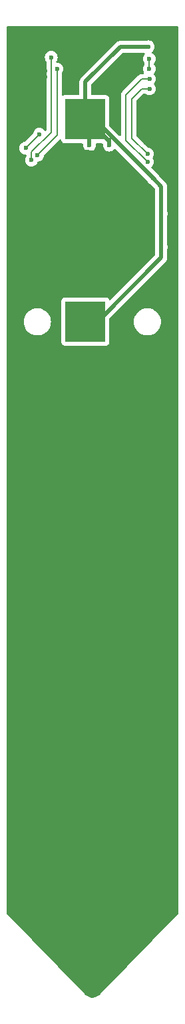
<source format=gbr>
G04 #@! TF.GenerationSoftware,KiCad,Pcbnew,7.0.9*
G04 #@! TF.CreationDate,2024-02-10T14:11:46+01:00*
G04 #@! TF.ProjectId,parasite,70617261-7369-4746-952e-6b696361645f,2.0.0*
G04 #@! TF.SameCoordinates,Original*
G04 #@! TF.FileFunction,Copper,L2,Bot*
G04 #@! TF.FilePolarity,Positive*
%FSLAX46Y46*%
G04 Gerber Fmt 4.6, Leading zero omitted, Abs format (unit mm)*
G04 Created by KiCad (PCBNEW 7.0.9) date 2024-02-10 14:11:46*
%MOMM*%
%LPD*%
G01*
G04 APERTURE LIST*
G04 #@! TA.AperFunction,SMDPad,CuDef*
%ADD10R,5.100000X5.100000*%
G04 #@! TD*
G04 #@! TA.AperFunction,SMDPad,CuDef*
%ADD11C,17.800000*%
G04 #@! TD*
G04 #@! TA.AperFunction,ViaPad*
%ADD12C,0.600000*%
G04 #@! TD*
G04 #@! TA.AperFunction,Conductor*
%ADD13C,0.500000*%
G04 #@! TD*
G04 #@! TA.AperFunction,Conductor*
%ADD14C,0.200000*%
G04 #@! TD*
G04 APERTURE END LIST*
D10*
X67100000Y-42355000D03*
X67100000Y-67955000D03*
D11*
X67100000Y-55155000D03*
D12*
X74750000Y-45250000D03*
X75500000Y-45750000D03*
X75500000Y-40000000D03*
X75500000Y-41000000D03*
X75500000Y-42000000D03*
X75500000Y-43000000D03*
X62000000Y-37000000D03*
X58750000Y-37000000D03*
X61250000Y-44250000D03*
X62000000Y-36250000D03*
X74969000Y-63918000D03*
X75731000Y-63918000D03*
X60618000Y-64172000D03*
X58078000Y-42201000D03*
X77255000Y-63918000D03*
X64682000Y-32168000D03*
X62269000Y-51472000D03*
X58078000Y-43979000D03*
X70397000Y-51726000D03*
X58750000Y-36250000D03*
X69254000Y-38899000D03*
X76493000Y-63918000D03*
X58078000Y-41312000D03*
X59856000Y-64172000D03*
X70397000Y-48678000D03*
X61380000Y-64172000D03*
X67857000Y-32168000D03*
X68873000Y-32168000D03*
X66714000Y-32168000D03*
X70397000Y-50202000D03*
X65698000Y-32168000D03*
X69254000Y-37375000D03*
X62142000Y-64172000D03*
X70397000Y-49440000D03*
X69762000Y-32168000D03*
X70397000Y-50964000D03*
X58078000Y-43090000D03*
X69254000Y-38137000D03*
X60237000Y-47535000D03*
X62750000Y-34500000D03*
X67603000Y-45630000D03*
X75096000Y-33184000D03*
X67603000Y-44995000D03*
X75701089Y-49798911D03*
X76750000Y-58500000D03*
X70148000Y-44995000D03*
X70143000Y-45630000D03*
X76750000Y-54300000D03*
X59500000Y-46000000D03*
X60999000Y-46900000D03*
X63500000Y-36000000D03*
X75000000Y-47750000D03*
X75250000Y-37250000D03*
X75250000Y-38500000D03*
X75000000Y-46750000D03*
X75223000Y-36000000D03*
X75223000Y-34708000D03*
D13*
X76750000Y-50847822D02*
X75701089Y-49798911D01*
X76750000Y-58500000D02*
X76750000Y-50847822D01*
X76750000Y-59851000D02*
X68901000Y-67700000D01*
X76750000Y-58500000D02*
X76750000Y-59851000D01*
X68002178Y-42100000D02*
X67100000Y-42100000D01*
X75701089Y-49798911D02*
X68002178Y-42100000D01*
D14*
X72250000Y-45000000D02*
X72250000Y-39250000D01*
X72250000Y-39250000D02*
X74250000Y-37250000D01*
X74250000Y-37250000D02*
X75250000Y-37250000D01*
X75000000Y-47750000D02*
X72250000Y-45000000D01*
X74250000Y-38500000D02*
X75250000Y-38500000D01*
X73000000Y-39750000D02*
X74250000Y-38500000D01*
X73000000Y-44750000D02*
X73000000Y-39750000D01*
X75000000Y-46750000D02*
X73000000Y-44750000D01*
X59500000Y-46000000D02*
X61250000Y-44250000D01*
X75223000Y-36000000D02*
X75223000Y-34708000D01*
X60237000Y-46513000D02*
X60237000Y-47535000D01*
X62750000Y-44000000D02*
X60237000Y-46513000D01*
X62750000Y-34500000D02*
X62750000Y-44000000D01*
X63500000Y-44399000D02*
X60999000Y-46900000D01*
X63500000Y-36000000D02*
X63500000Y-44399000D01*
D13*
X70143000Y-45577550D02*
X70148000Y-45572550D01*
X70148000Y-45148000D02*
X67100000Y-42100000D01*
X71540000Y-33184000D02*
X75096000Y-33184000D01*
X67100000Y-42100000D02*
X67100000Y-37624000D01*
X67603000Y-44995000D02*
X67603000Y-42603000D01*
X67603000Y-45630000D02*
X67603000Y-44995000D01*
X70148000Y-45572550D02*
X70148000Y-45148000D01*
X67603000Y-42603000D02*
X67100000Y-42100000D01*
X67100000Y-37624000D02*
X71540000Y-33184000D01*
G04 #@! TA.AperFunction,Conductor*
G36*
X74609038Y-33962502D02*
G01*
X74655531Y-34016158D01*
X74665635Y-34086432D01*
X74636141Y-34151012D01*
X74630012Y-34157595D01*
X74586888Y-34200718D01*
X74586887Y-34200720D01*
X74489958Y-34354981D01*
X74489957Y-34354984D01*
X74489957Y-34354985D01*
X74429783Y-34526953D01*
X74409384Y-34708000D01*
X74429783Y-34889047D01*
X74429783Y-34889049D01*
X74429784Y-34889050D01*
X74489957Y-35061015D01*
X74489958Y-35061018D01*
X74586883Y-35215273D01*
X74587001Y-35215421D01*
X74587047Y-35215534D01*
X74590653Y-35221273D01*
X74589648Y-35221904D01*
X74613844Y-35281148D01*
X74614500Y-35293993D01*
X74614500Y-35414006D01*
X74594498Y-35482127D01*
X74587008Y-35492570D01*
X74586883Y-35492725D01*
X74489958Y-35646981D01*
X74489957Y-35646984D01*
X74489957Y-35646985D01*
X74429783Y-35818953D01*
X74409384Y-36000000D01*
X74429783Y-36181047D01*
X74429783Y-36181049D01*
X74429784Y-36181050D01*
X74489957Y-36353015D01*
X74489958Y-36353017D01*
X74549931Y-36448464D01*
X74569237Y-36516785D01*
X74548542Y-36584698D01*
X74494415Y-36630642D01*
X74443244Y-36641500D01*
X74294012Y-36641500D01*
X74285781Y-36640960D01*
X74250001Y-36636250D01*
X74249997Y-36636250D01*
X74212273Y-36641216D01*
X74212254Y-36641218D01*
X74135051Y-36651381D01*
X74110543Y-36654608D01*
X74107990Y-36654944D01*
X74091150Y-36657161D01*
X74091147Y-36657162D01*
X73943125Y-36718475D01*
X73943122Y-36718477D01*
X73849339Y-36790440D01*
X73849311Y-36790460D01*
X73816012Y-36816012D01*
X73794035Y-36844653D01*
X73788597Y-36850853D01*
X71850852Y-38788598D01*
X71844651Y-38794036D01*
X71816011Y-38816014D01*
X71790460Y-38849311D01*
X71790440Y-38849339D01*
X71718473Y-38943127D01*
X71681860Y-39031523D01*
X71657161Y-39091151D01*
X71651242Y-39136116D01*
X71641500Y-39210115D01*
X71641500Y-39210120D01*
X71640984Y-39214041D01*
X71636250Y-39249999D01*
X71636250Y-39250000D01*
X71640960Y-39285779D01*
X71641500Y-39294011D01*
X71641500Y-44362451D01*
X71621498Y-44430572D01*
X71567842Y-44477065D01*
X71497568Y-44487169D01*
X71432988Y-44457675D01*
X71426405Y-44451546D01*
X70195405Y-43220546D01*
X70161379Y-43158234D01*
X70158500Y-43131451D01*
X70158500Y-39756367D01*
X70158499Y-39756350D01*
X70151990Y-39695803D01*
X70151988Y-39695795D01*
X70100889Y-39558797D01*
X70100887Y-39558792D01*
X70013261Y-39441738D01*
X69896207Y-39354112D01*
X69896202Y-39354110D01*
X69759204Y-39303011D01*
X69759196Y-39303009D01*
X69698649Y-39296500D01*
X69698638Y-39296500D01*
X67984500Y-39296500D01*
X67916379Y-39276498D01*
X67869886Y-39222842D01*
X67858500Y-39170500D01*
X67858500Y-37990371D01*
X67878502Y-37922250D01*
X67895405Y-37901276D01*
X71817276Y-33979405D01*
X71879588Y-33945379D01*
X71906371Y-33942500D01*
X74540917Y-33942500D01*
X74609038Y-33962502D01*
G37*
G04 #@! TD.AperFunction*
G04 #@! TA.AperFunction,Conductor*
G36*
X78891621Y-30620002D02*
G01*
X78938114Y-30673658D01*
X78949500Y-30726000D01*
X78949500Y-142826412D01*
X78929498Y-142894533D01*
X78913689Y-142914401D01*
X69067176Y-153007076D01*
X69046253Y-153024340D01*
X69045088Y-153025106D01*
X69045077Y-153025116D01*
X69026513Y-153048321D01*
X69022415Y-153052956D01*
X69015462Y-153060083D01*
X69011796Y-153064612D01*
X69011697Y-153064532D01*
X69003465Y-153074875D01*
X68877210Y-153208727D01*
X68861973Y-153222449D01*
X68710090Y-153338315D01*
X68692835Y-153349380D01*
X68524160Y-153439081D01*
X68505336Y-153447202D01*
X68324357Y-153508351D01*
X68304462Y-153513312D01*
X68115953Y-153544299D01*
X68095515Y-153545968D01*
X67904487Y-153545968D01*
X67884050Y-153544299D01*
X67695539Y-153513312D01*
X67675643Y-153508351D01*
X67494668Y-153447203D01*
X67475841Y-153439081D01*
X67307175Y-153349386D01*
X67289913Y-153338317D01*
X67138023Y-153222447D01*
X67122787Y-153208725D01*
X67100656Y-153185263D01*
X67017898Y-153097525D01*
X67004728Y-153080976D01*
X67004320Y-153080365D01*
X67004319Y-153080361D01*
X67004315Y-153080357D01*
X67004314Y-153080355D01*
X66984535Y-153060083D01*
X66977582Y-153052956D01*
X66973490Y-153048326D01*
X66954918Y-153025111D01*
X66953759Y-153024349D01*
X66932818Y-153007073D01*
X57086311Y-142914402D01*
X57053058Y-142851674D01*
X57050500Y-142826413D01*
X57050500Y-68000000D01*
X59280478Y-68000000D01*
X59299684Y-68256283D01*
X59356872Y-68506839D01*
X59356873Y-68506842D01*
X59450762Y-68746070D01*
X59579261Y-68968637D01*
X59579263Y-68968640D01*
X59579264Y-68968641D01*
X59659382Y-69069106D01*
X59739504Y-69169576D01*
X59878448Y-69298495D01*
X59927896Y-69344376D01*
X60140239Y-69489150D01*
X60273728Y-69553435D01*
X60371783Y-69600656D01*
X60371796Y-69600661D01*
X60617359Y-69676407D01*
X60617361Y-69676407D01*
X60617370Y-69676410D01*
X60871500Y-69714714D01*
X60871504Y-69714714D01*
X61128496Y-69714714D01*
X61128500Y-69714714D01*
X61382630Y-69676410D01*
X61382640Y-69676407D01*
X61628203Y-69600661D01*
X61628205Y-69600659D01*
X61628212Y-69600658D01*
X61859761Y-69489150D01*
X62072104Y-69344376D01*
X62260499Y-69169572D01*
X62420736Y-68968641D01*
X62549236Y-68746073D01*
X62643128Y-68506838D01*
X62700316Y-68256281D01*
X62719522Y-68000000D01*
X62700316Y-67743719D01*
X62643128Y-67493162D01*
X62549236Y-67253927D01*
X62420736Y-67031359D01*
X62260499Y-66830428D01*
X62260498Y-66830427D01*
X62260495Y-66830423D01*
X62072109Y-66655629D01*
X62072103Y-66655623D01*
X62001323Y-66607366D01*
X61859763Y-66510851D01*
X61628216Y-66399343D01*
X61628203Y-66399338D01*
X61382640Y-66323592D01*
X61382632Y-66323590D01*
X61382630Y-66323590D01*
X61128500Y-66285286D01*
X60871500Y-66285286D01*
X60617370Y-66323590D01*
X60617368Y-66323590D01*
X60617359Y-66323592D01*
X60371796Y-66399338D01*
X60371783Y-66399343D01*
X60140236Y-66510851D01*
X60140236Y-66510852D01*
X59927896Y-66655623D01*
X59927890Y-66655629D01*
X59739504Y-66830423D01*
X59579261Y-67031362D01*
X59450762Y-67253929D01*
X59356873Y-67493157D01*
X59356872Y-67493160D01*
X59299684Y-67743716D01*
X59280478Y-68000000D01*
X57050500Y-68000000D01*
X57050500Y-46000000D01*
X58686384Y-46000000D01*
X58706783Y-46181047D01*
X58706783Y-46181049D01*
X58706784Y-46181050D01*
X58766957Y-46353015D01*
X58766958Y-46353018D01*
X58863887Y-46507279D01*
X58863888Y-46507281D01*
X58992718Y-46636111D01*
X58992720Y-46636112D01*
X59146981Y-46733041D01*
X59146982Y-46733041D01*
X59146985Y-46733043D01*
X59318953Y-46793217D01*
X59500000Y-46813616D01*
X59500001Y-46813615D01*
X59500003Y-46813616D01*
X59502500Y-46813616D01*
X59504054Y-46814072D01*
X59507032Y-46814408D01*
X59506973Y-46814929D01*
X59570621Y-46833618D01*
X59617114Y-46887274D01*
X59628500Y-46939616D01*
X59628500Y-46949006D01*
X59608498Y-47017127D01*
X59601008Y-47027570D01*
X59600883Y-47027725D01*
X59503958Y-47181981D01*
X59503957Y-47181984D01*
X59479102Y-47253018D01*
X59443783Y-47353953D01*
X59423384Y-47535000D01*
X59443783Y-47716047D01*
X59443783Y-47716049D01*
X59443784Y-47716050D01*
X59503957Y-47888015D01*
X59503958Y-47888018D01*
X59600887Y-48042279D01*
X59600888Y-48042281D01*
X59729718Y-48171111D01*
X59729720Y-48171112D01*
X59883981Y-48268041D01*
X59883982Y-48268041D01*
X59883985Y-48268043D01*
X60055953Y-48328217D01*
X60237000Y-48348616D01*
X60418047Y-48328217D01*
X60590015Y-48268043D01*
X60744281Y-48171111D01*
X60873111Y-48042281D01*
X60970043Y-47888015D01*
X61006235Y-47784582D01*
X61047613Y-47726891D01*
X61111056Y-47700990D01*
X61180047Y-47693217D01*
X61352015Y-47633043D01*
X61506281Y-47536111D01*
X61635111Y-47407281D01*
X61732043Y-47253015D01*
X61792217Y-47081047D01*
X61801719Y-46996702D01*
X61829221Y-46931251D01*
X61837822Y-46921725D01*
X63832410Y-44927137D01*
X63894720Y-44893113D01*
X63965535Y-44898178D01*
X64022371Y-44940725D01*
X64046781Y-45002766D01*
X64048009Y-45014196D01*
X64048011Y-45014204D01*
X64099110Y-45151202D01*
X64099112Y-45151207D01*
X64186738Y-45268261D01*
X64303792Y-45355887D01*
X64303794Y-45355888D01*
X64303796Y-45355889D01*
X64325245Y-45363889D01*
X64440795Y-45406988D01*
X64440803Y-45406990D01*
X64501350Y-45413499D01*
X64501355Y-45413499D01*
X64501362Y-45413500D01*
X66672783Y-45413500D01*
X66740904Y-45433502D01*
X66787397Y-45487158D01*
X66797991Y-45553607D01*
X66789384Y-45630000D01*
X66809783Y-45811047D01*
X66809783Y-45811049D01*
X66809784Y-45811050D01*
X66869957Y-45983015D01*
X66869958Y-45983018D01*
X66966887Y-46137279D01*
X66966888Y-46137281D01*
X67095718Y-46266111D01*
X67095720Y-46266112D01*
X67249981Y-46363041D01*
X67249982Y-46363041D01*
X67249985Y-46363043D01*
X67421953Y-46423217D01*
X67603000Y-46443616D01*
X67784047Y-46423217D01*
X67956015Y-46363043D01*
X68110281Y-46266111D01*
X68239111Y-46137281D01*
X68336043Y-45983015D01*
X68396217Y-45811047D01*
X68416616Y-45630000D01*
X68408009Y-45553607D01*
X68420259Y-45483675D01*
X68468372Y-45431467D01*
X68533217Y-45413500D01*
X69212783Y-45413500D01*
X69280904Y-45433502D01*
X69327397Y-45487158D01*
X69337991Y-45553607D01*
X69329384Y-45630000D01*
X69349783Y-45811047D01*
X69349783Y-45811049D01*
X69349784Y-45811050D01*
X69409957Y-45983015D01*
X69409958Y-45983018D01*
X69506887Y-46137279D01*
X69506888Y-46137281D01*
X69635718Y-46266111D01*
X69635720Y-46266112D01*
X69789981Y-46363041D01*
X69789982Y-46363041D01*
X69789985Y-46363043D01*
X69961953Y-46423217D01*
X70143000Y-46443616D01*
X70324047Y-46423217D01*
X70496015Y-46363043D01*
X70650281Y-46266111D01*
X70673674Y-46242718D01*
X70783850Y-46132543D01*
X70846162Y-46098517D01*
X70916977Y-46103582D01*
X70962040Y-46132543D01*
X74940510Y-50111013D01*
X74962874Y-50146570D01*
X74964979Y-50145557D01*
X74968047Y-50151929D01*
X75064976Y-50306190D01*
X75064977Y-50306192D01*
X75193807Y-50435022D01*
X75193809Y-50435023D01*
X75305320Y-50505090D01*
X75348074Y-50531954D01*
X75348078Y-50531955D01*
X75354454Y-50535026D01*
X75353417Y-50537177D01*
X75388988Y-50559491D01*
X75954595Y-51125098D01*
X75988621Y-51187410D01*
X75991500Y-51214193D01*
X75991500Y-53998329D01*
X75984430Y-54039940D01*
X75956783Y-54118953D01*
X75936384Y-54300000D01*
X75956783Y-54481047D01*
X75956784Y-54481049D01*
X75984429Y-54560054D01*
X75991500Y-54601669D01*
X75991500Y-58198329D01*
X75984430Y-58239940D01*
X75956783Y-58318953D01*
X75936384Y-58500000D01*
X75956783Y-58681047D01*
X75956784Y-58681049D01*
X75984429Y-58760054D01*
X75991500Y-58801669D01*
X75991500Y-59484629D01*
X75971498Y-59552750D01*
X75954595Y-59573724D01*
X70312500Y-65215818D01*
X70250188Y-65249844D01*
X70179373Y-65244779D01*
X70122537Y-65202232D01*
X70105351Y-65170761D01*
X70100889Y-65158796D01*
X70100886Y-65158792D01*
X70100886Y-65158791D01*
X70013261Y-65041738D01*
X69896207Y-64954112D01*
X69896202Y-64954110D01*
X69759204Y-64903011D01*
X69759196Y-64903009D01*
X69698649Y-64896500D01*
X69698638Y-64896500D01*
X64501362Y-64896500D01*
X64501350Y-64896500D01*
X64440803Y-64903009D01*
X64440795Y-64903011D01*
X64303797Y-64954110D01*
X64303792Y-64954112D01*
X64186738Y-65041738D01*
X64099112Y-65158792D01*
X64099110Y-65158797D01*
X64048011Y-65295795D01*
X64048009Y-65295803D01*
X64041500Y-65356350D01*
X64041500Y-70553649D01*
X64048009Y-70614196D01*
X64048011Y-70614204D01*
X64099110Y-70751202D01*
X64099112Y-70751207D01*
X64186738Y-70868261D01*
X64303792Y-70955887D01*
X64303794Y-70955888D01*
X64303796Y-70955889D01*
X64362875Y-70977924D01*
X64440795Y-71006988D01*
X64440803Y-71006990D01*
X64501350Y-71013499D01*
X64501355Y-71013499D01*
X64501362Y-71013500D01*
X64501368Y-71013500D01*
X69698632Y-71013500D01*
X69698638Y-71013500D01*
X69698645Y-71013499D01*
X69698649Y-71013499D01*
X69759196Y-71006990D01*
X69759199Y-71006989D01*
X69759201Y-71006989D01*
X69896204Y-70955889D01*
X70013261Y-70868261D01*
X70100889Y-70751204D01*
X70151989Y-70614201D01*
X70158500Y-70553638D01*
X70158500Y-68000000D01*
X73280478Y-68000000D01*
X73299684Y-68256283D01*
X73356872Y-68506839D01*
X73356873Y-68506842D01*
X73450762Y-68746070D01*
X73579261Y-68968637D01*
X73579263Y-68968640D01*
X73579264Y-68968641D01*
X73659382Y-69069106D01*
X73739504Y-69169576D01*
X73878448Y-69298495D01*
X73927896Y-69344376D01*
X74140239Y-69489150D01*
X74273728Y-69553435D01*
X74371783Y-69600656D01*
X74371796Y-69600661D01*
X74617359Y-69676407D01*
X74617361Y-69676407D01*
X74617370Y-69676410D01*
X74871500Y-69714714D01*
X74871504Y-69714714D01*
X75128496Y-69714714D01*
X75128500Y-69714714D01*
X75382630Y-69676410D01*
X75382640Y-69676407D01*
X75628203Y-69600661D01*
X75628205Y-69600659D01*
X75628212Y-69600658D01*
X75859761Y-69489150D01*
X76072104Y-69344376D01*
X76260499Y-69169572D01*
X76420736Y-68968641D01*
X76549236Y-68746073D01*
X76643128Y-68506838D01*
X76700316Y-68256281D01*
X76719522Y-68000000D01*
X76700316Y-67743719D01*
X76643128Y-67493162D01*
X76549236Y-67253927D01*
X76420736Y-67031359D01*
X76260499Y-66830428D01*
X76260498Y-66830427D01*
X76260495Y-66830423D01*
X76072109Y-66655629D01*
X76072103Y-66655623D01*
X76001323Y-66607366D01*
X75859763Y-66510851D01*
X75628216Y-66399343D01*
X75628203Y-66399338D01*
X75382640Y-66323592D01*
X75382632Y-66323590D01*
X75382630Y-66323590D01*
X75128500Y-66285286D01*
X74871500Y-66285286D01*
X74617370Y-66323590D01*
X74617368Y-66323590D01*
X74617359Y-66323592D01*
X74371796Y-66399338D01*
X74371783Y-66399343D01*
X74140236Y-66510851D01*
X74140236Y-66510852D01*
X73927896Y-66655623D01*
X73927890Y-66655629D01*
X73739504Y-66830423D01*
X73579261Y-67031362D01*
X73450762Y-67253929D01*
X73356873Y-67493157D01*
X73356872Y-67493160D01*
X73299684Y-67743716D01*
X73280478Y-68000000D01*
X70158500Y-68000000D01*
X70158500Y-67567370D01*
X70178502Y-67499249D01*
X70195400Y-67478280D01*
X77240778Y-60432901D01*
X77254617Y-60420941D01*
X77274058Y-60406469D01*
X77308001Y-60366015D01*
X77311700Y-60361979D01*
X77317580Y-60356101D01*
X77338136Y-60330103D01*
X77388032Y-60270640D01*
X77388035Y-60270637D01*
X77392066Y-60264508D01*
X77392122Y-60264545D01*
X77396171Y-60258190D01*
X77396113Y-60258155D01*
X77399966Y-60251908D01*
X77432773Y-60181553D01*
X77444351Y-60158497D01*
X77467609Y-60112188D01*
X77467610Y-60112184D01*
X77470119Y-60105291D01*
X77470183Y-60105314D01*
X77472658Y-60098193D01*
X77472593Y-60098172D01*
X77474898Y-60091213D01*
X77474902Y-60091206D01*
X77490599Y-60015181D01*
X77508500Y-59939656D01*
X77509352Y-59932368D01*
X77509418Y-59932375D01*
X77510184Y-59924877D01*
X77510118Y-59924872D01*
X77510756Y-59917565D01*
X77510758Y-59917558D01*
X77508500Y-59839954D01*
X77508500Y-58801669D01*
X77515571Y-58760054D01*
X77543217Y-58681047D01*
X77563616Y-58500000D01*
X77543217Y-58318953D01*
X77515569Y-58239940D01*
X77508500Y-58198329D01*
X77508500Y-54601669D01*
X77515571Y-54560054D01*
X77543217Y-54481047D01*
X77563616Y-54300000D01*
X77543217Y-54118953D01*
X77515569Y-54039940D01*
X77508500Y-53998329D01*
X77508500Y-50912257D01*
X77509831Y-50893994D01*
X77513340Y-50870038D01*
X77513341Y-50870033D01*
X77510882Y-50841927D01*
X77508740Y-50817435D01*
X77508500Y-50811942D01*
X77508500Y-50803646D01*
X77504652Y-50770726D01*
X77503741Y-50760319D01*
X77497887Y-50693395D01*
X77497886Y-50693392D01*
X77497886Y-50693390D01*
X77496403Y-50686209D01*
X77496469Y-50686195D01*
X77494839Y-50678841D01*
X77494773Y-50678857D01*
X77493078Y-50671705D01*
X77466528Y-50598760D01*
X77445408Y-50535026D01*
X77442114Y-50525084D01*
X77442113Y-50525083D01*
X77442112Y-50525078D01*
X77439014Y-50518436D01*
X77439075Y-50518407D01*
X77435788Y-50511617D01*
X77435728Y-50511648D01*
X77432433Y-50505087D01*
X77389766Y-50440216D01*
X77349031Y-50374173D01*
X77349030Y-50374171D01*
X77349027Y-50374168D01*
X77344478Y-50368414D01*
X77344531Y-50368371D01*
X77339766Y-50362522D01*
X77339715Y-50362566D01*
X77334998Y-50356944D01*
X77278518Y-50303659D01*
X77085872Y-50111013D01*
X76461667Y-49486808D01*
X76439355Y-49451239D01*
X76437204Y-49452276D01*
X76434133Y-49445900D01*
X76434132Y-49445896D01*
X76337201Y-49291631D01*
X76337200Y-49291629D01*
X76208370Y-49162799D01*
X76208368Y-49162798D01*
X76054107Y-49065869D01*
X76047735Y-49062801D01*
X76048748Y-49060696D01*
X76013191Y-49038332D01*
X75523221Y-48548362D01*
X75489195Y-48486050D01*
X75494260Y-48415235D01*
X75523221Y-48370172D01*
X75636111Y-48257281D01*
X75636112Y-48257279D01*
X75733041Y-48103018D01*
X75733040Y-48103018D01*
X75733043Y-48103015D01*
X75793217Y-47931047D01*
X75813616Y-47750000D01*
X75793217Y-47568953D01*
X75733043Y-47396985D01*
X75682806Y-47317035D01*
X75663501Y-47248716D01*
X75682806Y-47182965D01*
X75733043Y-47103015D01*
X75793217Y-46931047D01*
X75813616Y-46750000D01*
X75793217Y-46568953D01*
X75733043Y-46396985D01*
X75733041Y-46396982D01*
X75733041Y-46396981D01*
X75636112Y-46242720D01*
X75636111Y-46242718D01*
X75507281Y-46113888D01*
X75507279Y-46113887D01*
X75353018Y-46016958D01*
X75353015Y-46016957D01*
X75181050Y-45956784D01*
X75181049Y-45956783D01*
X75181047Y-45956783D01*
X75118122Y-45949692D01*
X75096701Y-45947279D01*
X75031248Y-45919774D01*
X75021715Y-45911166D01*
X73645405Y-44534856D01*
X73611379Y-44472544D01*
X73608500Y-44445761D01*
X73608500Y-40054238D01*
X73628502Y-39986117D01*
X73645405Y-39965143D01*
X74465143Y-39145405D01*
X74527455Y-39111379D01*
X74554238Y-39108500D01*
X74664006Y-39108500D01*
X74732127Y-39128502D01*
X74742570Y-39135992D01*
X74742725Y-39136116D01*
X74896981Y-39233041D01*
X74896982Y-39233041D01*
X74896985Y-39233043D01*
X75068953Y-39293217D01*
X75250000Y-39313616D01*
X75431047Y-39293217D01*
X75603015Y-39233043D01*
X75757281Y-39136111D01*
X75886111Y-39007281D01*
X75983043Y-38853015D01*
X76043217Y-38681047D01*
X76063616Y-38500000D01*
X76043217Y-38318953D01*
X75983043Y-38146985D01*
X75983041Y-38146982D01*
X75983041Y-38146981D01*
X75886113Y-37992722D01*
X75886112Y-37992721D01*
X75886111Y-37992719D01*
X75857486Y-37964094D01*
X75823462Y-37901785D01*
X75828526Y-37830969D01*
X75857486Y-37785905D01*
X75886111Y-37757281D01*
X75983043Y-37603015D01*
X76043217Y-37431047D01*
X76063616Y-37250000D01*
X76043217Y-37068953D01*
X75983043Y-36896985D01*
X75983041Y-36896982D01*
X75983041Y-36896981D01*
X75886112Y-36742720D01*
X75886111Y-36742718D01*
X75843987Y-36700594D01*
X75809961Y-36638282D01*
X75815026Y-36567467D01*
X75843987Y-36522404D01*
X75859111Y-36507281D01*
X75956043Y-36353015D01*
X76016217Y-36181047D01*
X76036616Y-36000000D01*
X76016217Y-35818953D01*
X75956043Y-35646985D01*
X75956041Y-35646982D01*
X75956041Y-35646981D01*
X75859116Y-35492725D01*
X75858992Y-35492570D01*
X75858943Y-35492450D01*
X75855347Y-35486727D01*
X75856349Y-35486097D01*
X75832155Y-35426841D01*
X75831500Y-35414006D01*
X75831500Y-35293993D01*
X75851502Y-35225872D01*
X75858999Y-35215421D01*
X75859104Y-35215287D01*
X75859111Y-35215281D01*
X75956043Y-35061015D01*
X76016217Y-34889047D01*
X76036616Y-34708000D01*
X76016217Y-34526953D01*
X75956043Y-34354985D01*
X75956041Y-34354982D01*
X75956041Y-34354981D01*
X75859112Y-34200720D01*
X75859111Y-34200718D01*
X75730281Y-34071888D01*
X75730279Y-34071887D01*
X75631447Y-34009786D01*
X75584409Y-33956607D01*
X75573589Y-33886440D01*
X75602422Y-33821562D01*
X75609376Y-33814015D01*
X75732111Y-33691281D01*
X75829043Y-33537015D01*
X75889217Y-33365047D01*
X75909616Y-33184000D01*
X75889217Y-33002953D01*
X75829043Y-32830985D01*
X75829041Y-32830982D01*
X75829041Y-32830981D01*
X75732112Y-32676720D01*
X75732111Y-32676718D01*
X75603281Y-32547888D01*
X75603279Y-32547887D01*
X75449018Y-32450958D01*
X75449015Y-32450957D01*
X75277050Y-32390784D01*
X75277049Y-32390783D01*
X75277047Y-32390783D01*
X75096000Y-32370384D01*
X74914953Y-32390783D01*
X74914950Y-32390783D01*
X74914949Y-32390784D01*
X74835945Y-32418429D01*
X74794330Y-32425500D01*
X71604441Y-32425500D01*
X71586181Y-32424170D01*
X71562211Y-32420659D01*
X71509615Y-32425260D01*
X71504122Y-32425500D01*
X71495818Y-32425500D01*
X71473876Y-32428064D01*
X71462905Y-32429347D01*
X71453732Y-32430149D01*
X71385577Y-32436112D01*
X71378386Y-32437597D01*
X71378372Y-32437532D01*
X71371014Y-32439163D01*
X71371030Y-32439228D01*
X71363889Y-32440920D01*
X71290944Y-32467469D01*
X71217260Y-32491885D01*
X71210613Y-32494986D01*
X71210585Y-32494926D01*
X71203801Y-32498210D01*
X71203831Y-32498269D01*
X71197268Y-32501565D01*
X71132400Y-32544228D01*
X71066347Y-32584971D01*
X71060592Y-32589522D01*
X71060551Y-32589470D01*
X71054704Y-32594233D01*
X71054746Y-32594283D01*
X71049128Y-32598996D01*
X70995836Y-32655482D01*
X66609225Y-37042092D01*
X66595376Y-37054062D01*
X66575943Y-37068530D01*
X66542007Y-37108971D01*
X66538300Y-37113017D01*
X66532421Y-37118897D01*
X66532412Y-37118907D01*
X66511863Y-37144896D01*
X66461965Y-37204364D01*
X66457935Y-37210491D01*
X66457880Y-37210455D01*
X66453825Y-37216820D01*
X66453882Y-37216855D01*
X66450028Y-37223101D01*
X66417220Y-37293458D01*
X66382391Y-37362812D01*
X66379882Y-37369707D01*
X66379820Y-37369684D01*
X66377343Y-37376810D01*
X66377404Y-37376831D01*
X66375097Y-37383790D01*
X66359392Y-37459849D01*
X66341500Y-37535345D01*
X66340648Y-37542634D01*
X66340581Y-37542626D01*
X66339814Y-37550126D01*
X66339881Y-37550132D01*
X66339241Y-37557442D01*
X66341500Y-37635079D01*
X66341500Y-39170500D01*
X66321498Y-39238621D01*
X66267842Y-39285114D01*
X66215500Y-39296500D01*
X64501350Y-39296500D01*
X64440803Y-39303009D01*
X64440795Y-39303011D01*
X64303797Y-39354110D01*
X64295882Y-39358432D01*
X64294204Y-39355358D01*
X64243461Y-39374272D01*
X64174091Y-39359165D01*
X64123899Y-39308952D01*
X64108500Y-39248591D01*
X64108500Y-36585993D01*
X64128502Y-36517872D01*
X64135999Y-36507421D01*
X64136104Y-36507287D01*
X64136111Y-36507281D01*
X64233043Y-36353015D01*
X64293217Y-36181047D01*
X64313616Y-36000000D01*
X64293217Y-35818953D01*
X64233043Y-35646985D01*
X64233041Y-35646982D01*
X64233041Y-35646981D01*
X64136112Y-35492720D01*
X64136111Y-35492718D01*
X64007281Y-35363888D01*
X64007279Y-35363887D01*
X63853018Y-35266958D01*
X63853015Y-35266957D01*
X63681050Y-35206784D01*
X63681049Y-35206783D01*
X63681047Y-35206783D01*
X63500000Y-35186384D01*
X63499998Y-35186384D01*
X63492968Y-35185592D01*
X63493156Y-35183918D01*
X63433433Y-35166382D01*
X63386940Y-35112726D01*
X63376836Y-35042452D01*
X63394867Y-34993348D01*
X63483041Y-34853018D01*
X63483040Y-34853018D01*
X63483043Y-34853015D01*
X63543217Y-34681047D01*
X63563616Y-34500000D01*
X63543217Y-34318953D01*
X63483043Y-34146985D01*
X63483041Y-34146982D01*
X63483041Y-34146981D01*
X63386112Y-33992720D01*
X63386111Y-33992718D01*
X63257281Y-33863888D01*
X63257279Y-33863887D01*
X63103018Y-33766958D01*
X63103015Y-33766957D01*
X62931050Y-33706784D01*
X62931049Y-33706783D01*
X62931047Y-33706783D01*
X62750000Y-33686384D01*
X62568953Y-33706783D01*
X62568950Y-33706783D01*
X62568949Y-33706784D01*
X62396984Y-33766957D01*
X62396981Y-33766958D01*
X62242720Y-33863887D01*
X62242718Y-33863888D01*
X62113888Y-33992718D01*
X62113887Y-33992720D01*
X62016958Y-34146981D01*
X62016957Y-34146984D01*
X61998155Y-34200719D01*
X61956783Y-34318953D01*
X61936384Y-34500000D01*
X61956783Y-34681047D01*
X61956783Y-34681049D01*
X61956784Y-34681050D01*
X62016957Y-34853015D01*
X62016958Y-34853018D01*
X62113883Y-35007273D01*
X62114001Y-35007421D01*
X62114047Y-35007534D01*
X62117653Y-35013273D01*
X62116648Y-35013904D01*
X62140844Y-35073148D01*
X62141500Y-35085993D01*
X62141500Y-43695759D01*
X62121498Y-43763880D01*
X62104588Y-43784862D01*
X62098393Y-43791056D01*
X62036078Y-43825076D01*
X61965263Y-43820005D01*
X61908431Y-43777454D01*
X61902617Y-43768988D01*
X61886110Y-43742717D01*
X61757281Y-43613888D01*
X61757279Y-43613887D01*
X61603018Y-43516958D01*
X61603015Y-43516957D01*
X61431050Y-43456784D01*
X61431049Y-43456783D01*
X61431047Y-43456783D01*
X61250000Y-43436384D01*
X61068953Y-43456783D01*
X61068950Y-43456783D01*
X61068949Y-43456784D01*
X60896984Y-43516957D01*
X60896981Y-43516958D01*
X60742720Y-43613887D01*
X60742718Y-43613888D01*
X60613888Y-43742718D01*
X60613887Y-43742720D01*
X60516958Y-43896981D01*
X60516957Y-43896984D01*
X60456783Y-44068950D01*
X60456782Y-44068957D01*
X60447278Y-44153298D01*
X60419774Y-44218750D01*
X60411166Y-44228283D01*
X59478283Y-45161166D01*
X59415971Y-45195192D01*
X59403298Y-45197278D01*
X59318957Y-45206782D01*
X59318950Y-45206783D01*
X59146984Y-45266957D01*
X59146981Y-45266958D01*
X58992720Y-45363887D01*
X58992718Y-45363888D01*
X58863888Y-45492718D01*
X58863887Y-45492720D01*
X58766958Y-45646981D01*
X58766957Y-45646984D01*
X58766957Y-45646985D01*
X58706783Y-45818953D01*
X58686384Y-46000000D01*
X57050500Y-46000000D01*
X57050500Y-30726000D01*
X57070502Y-30657879D01*
X57124158Y-30611386D01*
X57176500Y-30600000D01*
X78823500Y-30600000D01*
X78891621Y-30620002D01*
G37*
G04 #@! TD.AperFunction*
M02*

</source>
